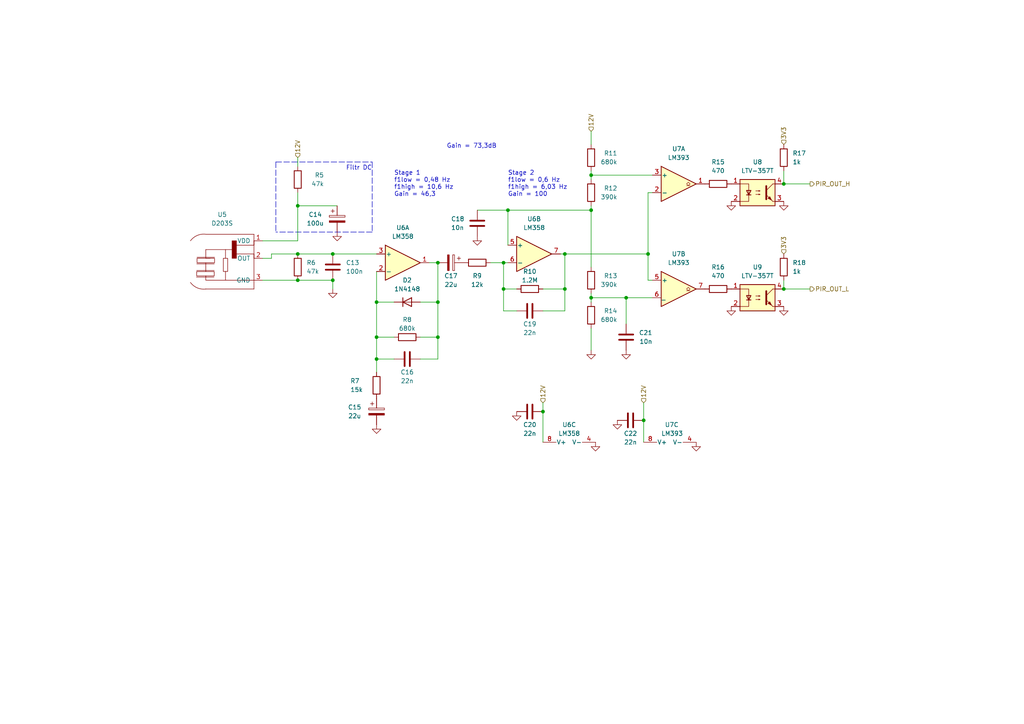
<source format=kicad_sch>
(kicad_sch (version 20211123) (generator eeschema)
  (paper "A4")
  (lib_symbols
    (symbol "Amplifier_Operational:LM358" (pin_names (offset 0.127))
      (property "Reference" "U" (at 0 5.08 0))
      (property "Value" "LM358" (at 0 -5.08 0))
      (symbol "LM358_1_1"
        (polyline (pts (xy -5.08 5.08) (xy 5.08 0) (xy -5.08 -5.08) (xy -5.08 5.08)) (stroke (width 0.254)) (fill (type background)))
        (pin output line (at 7.62 0 180) (length 2.54) (name "~") (number "1"))
        (pin input line (at -7.62 -2.54 0) (length 2.54) (name "-") (number "2"))
        (pin input line (at -7.62 2.54 0) (length 2.54) (name "+") (number "3"))
      )
      (symbol "LM358_2_1"
        (polyline (pts (xy -5.08 5.08) (xy 5.08 0) (xy -5.08 -5.08) (xy -5.08 5.08)) (stroke (width 0.254)) (fill (type background)))
        (pin input line (at -7.62 2.54 0) (length 2.54) (name "+") (number "5"))
        (pin input line (at -7.62 -2.54 0) (length 2.54) (name "-") (number "6"))
        (pin output line (at 7.62 0 180) (length 2.54) (name "~") (number "7"))
      )
      (symbol "LM358_3_1"
        (pin power_in line (at -2.54 -7.62 90) (length 3.81) (name "V-") (number "4"))
        (pin power_in line (at -2.54 7.62 270) (length 3.81) (name "V+") (number "8"))
      )
    )
    (symbol "Comparator:LM393" (pin_names (offset 0.127))
      (property "Reference" "U" (at 3.81 3.81 0))
      (property "Value" "LM393" (at 6.35 -3.81 0))
      (symbol "LM393_1_1"
        (polyline (pts (xy -5.08 5.08) (xy 5.08 0) (xy -5.08 -5.08) (xy -5.08 5.08)) (stroke (width 0.254)) (fill (type background)))
        (polyline (pts (xy 3.302 -0.508) (xy 2.794 -0.508) (xy 3.302 0) (xy 2.794 0.508) (xy 2.286 0) (xy 2.794 -0.508) (xy 2.286 -0.508)) (stroke (width 0.127)))
        (pin open_collector line (at 7.62 0 180) (length 2.54) (name "~") (number "1"))
        (pin input line (at -7.62 -2.54 0) (length 2.54) (name "-") (number "2"))
        (pin input line (at -7.62 2.54 0) (length 2.54) (name "+") (number "3"))
      )
      (symbol "LM393_2_1"
        (polyline (pts (xy -5.08 5.08) (xy 5.08 0) (xy -5.08 -5.08) (xy -5.08 5.08)) (stroke (width 0.254)) (fill (type background)))
        (polyline (pts (xy 3.302 -0.508) (xy 2.794 -0.508) (xy 3.302 0) (xy 2.794 0.508) (xy 2.286 0) (xy 2.794 -0.508) (xy 2.286 -0.508)) (stroke (width 0.127)))
        (pin input line (at -7.62 2.54 0) (length 2.54) (name "+") (number "5"))
        (pin input line (at -7.62 -2.54 0) (length 2.54) (name "_") (number "6"))
        (pin open_collector line (at 7.62 0 180) (length 2.54) (name "~") (number "7"))
      )
      (symbol "LM393_3_1"
        (pin power_in line (at -2.54 -7.62 90) (length 3.81) (name "V-") (number "4"))
        (pin power_in line (at -2.54 7.62 270) (length 3.81) (name "V+") (number "8"))
      )
    )
    (symbol "Device:C" (pin_numbers hide) (pin_names (offset 0.254))
      (property "Reference" "C" (at 0.635 2.54 0))
      (property "Value" "C" (at 0.635 -2.54 0))
      (symbol "C_0_1"
        (polyline (pts (xy -2.032 -0.762) (xy 2.032 -0.762)) (stroke (width 0.508)))
        (polyline (pts (xy -2.032 0.762) (xy 2.032 0.762)) (stroke (width 0.508)))
      )
      (symbol "C_1_1"
        (pin passive line (at 0 3.81 270) (length 2.794) (name "~") (number "1"))
        (pin passive line (at 0 -3.81 90) (length 2.794) (name "~") (number "2"))
      )
    )
    (symbol "Device:C_Polarized" (pin_numbers hide) (pin_names (offset 0.254))
      (property "Reference" "C" (at 0.635 2.54 0))
      (property "Value" "C_Polarized" (at 0.635 -2.54 0))
      (symbol "C_Polarized_0_1"
        (rectangle (start -2.286 0.508) (end 2.286 1.016))
        (polyline (pts (xy -1.778 2.286) (xy -0.762 2.286)))
        (polyline (pts (xy -1.27 2.794) (xy -1.27 1.778)))
        (rectangle (start 2.286 -0.508) (end -2.286 -1.016) (fill (type outline)))
      )
      (symbol "C_Polarized_1_1"
        (pin passive line (at 0 3.81 270) (length 2.794) (name "~") (number "1"))
        (pin passive line (at 0 -3.81 90) (length 2.794) (name "~") (number "2"))
      )
    )
    (symbol "Device:R" (pin_numbers hide) (pin_names (offset 0))
      (property "Reference" "R" (at 2.032 0 90))
      (property "Value" "R" (at 0 0 90))
      (symbol "R_0_1"
        (rectangle (start -1.016 -2.54) (end 1.016 2.54) (stroke (width 0.254)))
      )
      (symbol "R_1_1"
        (pin passive line (at 0 3.81 270) (length 1.27) (name "~") (number "1"))
        (pin passive line (at 0 -3.81 90) (length 1.27) (name "~") (number "2"))
      )
    )
    (symbol "Diode:1N4148" (pin_numbers hide) (pin_names (offset 1.016) hide)
      (property "Reference" "D" (at 0 2.54 0))
      (property "Value" "1N4148" (at 0 -2.54 0))
      (symbol "1N4148_0_1"
        (polyline (pts (xy -1.27 1.27) (xy -1.27 -1.27)) (stroke (width 0.254)))
        (polyline (pts (xy 1.27 0) (xy -1.27 0)))
        (polyline (pts (xy 1.27 1.27) (xy 1.27 -1.27) (xy -1.27 0) (xy 1.27 1.27)) (stroke (width 0.254)))
      )
      (symbol "1N4148_1_1"
        (pin passive line (at -3.81 0 0) (length 2.54) (name "K") (number "1"))
        (pin passive line (at 3.81 0 180) (length 2.54) (name "A") (number "2"))
      )
    )
    (symbol "Isolator:LTV-357T" (pin_names (offset 1.016))
      (property "Reference" "U" (at -5.334 4.826 0))
      (property "Value" "LTV-357T" (at 0 5.08 0))
      (symbol "LTV-357T_0_1"
        (rectangle (start -5.08 3.81) (end 5.08 -3.81) (stroke (width 0.254)) (fill (type background)))
        (polyline (pts (xy -3.175 -0.635) (xy -1.905 -0.635)) (stroke (width 0.254)))
        (polyline (pts (xy 2.54 0.635) (xy 4.445 2.54)))
        (polyline (pts (xy 4.445 -2.54) (xy 2.54 -0.635)) (fill (type outline)))
        (polyline (pts (xy 4.445 -2.54) (xy 5.08 -2.54)))
        (polyline (pts (xy 4.445 2.54) (xy 5.08 2.54)))
        (polyline (pts (xy -5.08 2.54) (xy -2.54 2.54) (xy -2.54 -0.762)))
        (polyline (pts (xy -2.54 -0.635) (xy -2.54 -2.54) (xy -5.08 -2.54)))
        (polyline (pts (xy 2.54 1.905) (xy 2.54 -1.905) (xy 2.54 -1.905)) (stroke (width 0.508)))
        (polyline (pts (xy -2.54 -0.635) (xy -3.175 0.635) (xy -1.905 0.635) (xy -2.54 -0.635)) (stroke (width 0.254)))
        (polyline (pts (xy -0.508 -0.508) (xy 0.762 -0.508) (xy 0.381 -0.635) (xy 0.381 -0.381) (xy 0.762 -0.508)))
        (polyline (pts (xy -0.508 0.508) (xy 0.762 0.508) (xy 0.381 0.381) (xy 0.381 0.635) (xy 0.762 0.508)))
        (polyline (pts (xy 3.048 -1.651) (xy 3.556 -1.143) (xy 4.064 -2.159) (xy 3.048 -1.651) (xy 3.048 -1.651)) (fill (type outline)))
      )
      (symbol "LTV-357T_1_1"
        (pin passive line (at -7.62 2.54 0) (length 2.54) (name "~") (number "1"))
        (pin passive line (at -7.62 -2.54 0) (length 2.54) (name "~") (number "2"))
        (pin passive line (at 7.62 -2.54 180) (length 2.54) (name "~") (number "3"))
        (pin passive line (at 7.62 2.54 180) (length 2.54) (name "~") (number "4"))
      )
    )
    (symbol "Sensor_PIR:D203S" (pin_names (offset 1.016))
      (property "Reference" "U" (at -1.905 -9.525 0))
      (property "Value" "D203S" (at -1.905 11.43 0))
      (symbol "D203S_0_1"
        (arc (start -13.335 -4.445) (mid -11.3741 -6.0102) (end -8.89 -6.35))
        (rectangle (start -11.5316 -1.2954) (end -6.4516 -2.5654))
        (rectangle (start -11.43 2.54) (end -6.35 1.27))
        (rectangle (start -3.81 2.54) (end -2.54 -1.27))
        (rectangle (start -1.27 7.62) (end 0 2.54) (fill (type outline)))
        (polyline (pts (xy -11.5316 -0.9906) (xy -6.4516 -0.9906)))
        (polyline (pts (xy -11.43 2.8448) (xy -6.35 2.8448)))
        (polyline (pts (xy -8.89 -6.35) (xy 5.08 -6.35)))
        (polyline (pts (xy -8.89 1.27) (xy -8.89 -1.27)))
        (polyline (pts (xy -3.175 -1.27) (xy -3.175 -3.81)))
        (polyline (pts (xy -3.175 5.08) (xy -3.175 2.54)))
        (polyline (pts (xy -1.27 5.08) (xy -8.89 5.08)))
        (polyline (pts (xy 5.08 9.525) (xy 5.08 -6.35)))
        (polyline (pts (xy -8.89 -2.54) (xy -8.89 -3.81) (xy 5.08 -3.81)))
        (polyline (pts (xy -8.89 5.08) (xy -8.89 2.54) (xy -7.62 2.54)))
        (polyline (pts (xy 5.08 2.54) (xy 5.08 3.81) (xy 0 3.81)))
        (polyline (pts (xy 5.08 7.62) (xy 5.08 6.35) (xy 0 6.35)))
      )
      (symbol "D203S_1_1"
        (arc (start -8.89 9.525) (mid -11.3734 9.1801) (end -13.335 7.62))
        (polyline (pts (xy -11.6078 -2.8956) (xy -6.5278 -2.8956)))
        (polyline (pts (xy -11.5062 0.9398) (xy -6.4262 0.9398)))
        (polyline (pts (xy -8.89 9.525) (xy 5.08 9.525)))
        (pin input line (at 7.62 7.62 180) (length 2.54) (name "VDD") (number "1"))
        (pin output line (at 7.62 2.54 180) (length 2.54) (name "OUT") (number "2"))
        (pin input line (at 7.62 -3.81 180) (length 2.54) (name "GND") (number "3"))
      )
    )
    (symbol "power:GND" (power) (pin_names (offset 0))
      (property "Value" "GND" (at 0 -3.81 0))
      (symbol "GND_0_1"
        (polyline (pts (xy 0 0) (xy 0 -1.27) (xy 1.27 -1.27) (xy 0 -2.54) (xy -1.27 -1.27) (xy 0 -1.27)))
      )
      (symbol "GND_1_1"
        (pin power_in line (at 0 0 270) (length 0) hide (name "GND") (number "1"))
      )
    )
  )
  (junction (at 181.61 86.36))
  (junction (at 96.52 81.28))
  (junction (at 187.96 73.66))
  (junction (at 86.36 73.66))
  (junction (at 109.22 87.63))
  (junction (at 171.45 60.96))
  (junction (at 186.69 121.92))
  (junction (at 146.05 76.2))
  (junction (at 171.45 86.36))
  (junction (at 147.32 60.96))
  (junction (at 109.22 104.14))
  (junction (at 227.33 83.82))
  (junction (at 146.05 83.82))
  (junction (at 157.48 119.38))
  (junction (at 163.83 73.66))
  (junction (at 86.36 81.28))
  (junction (at 227.33 53.34))
  (junction (at 127 97.79))
  (junction (at 96.52 73.66))
  (junction (at 109.22 97.79))
  (junction (at 163.83 83.82))
  (junction (at 127 76.2))
  (junction (at 127 87.63))
  (junction (at 171.45 50.8))
  (junction (at 86.36 59.69))
  (wire (pts (xy 124.46 76.2) (xy 127 76.2)))
  (wire (pts (xy 127 87.63) (xy 127 76.2)))
  (wire (pts (xy 186.69 116.84) (xy 186.69 121.92)))
  (wire (pts (xy 163.83 73.66) (xy 187.96 73.66)))
  (wire (pts (xy 146.05 83.82) (xy 146.05 90.17)))
  (wire (pts (xy 227.33 83.82) (xy 234.95 83.82)))
  (wire (pts (xy 78.74 74.93) (xy 78.74 73.66)))
  (wire (pts (xy 96.52 81.28) (xy 96.52 83.82)))
  (wire (pts (xy 171.45 95.25) (xy 171.45 101.6)))
  (polyline (pts (xy 107.95 46.99) (xy 107.95 67.31)))
  (wire (pts (xy 163.83 90.17) (xy 163.83 83.82)))
  (wire (pts (xy 157.48 83.82) (xy 163.83 83.82)))
  (wire (pts (xy 162.56 73.66) (xy 163.83 73.66)))
  (wire (pts (xy 127 104.14) (xy 127 97.79)))
  (wire (pts (xy 157.48 116.84) (xy 157.48 119.38)))
  (wire (pts (xy 146.05 90.17) (xy 149.86 90.17)))
  (wire (pts (xy 96.52 73.66) (xy 109.22 73.66)))
  (wire (pts (xy 171.45 49.53) (xy 171.45 50.8)))
  (polyline (pts (xy 80.01 46.99) (xy 80.01 67.31)))
  (wire (pts (xy 109.22 97.79) (xy 109.22 104.14)))
  (wire (pts (xy 109.22 104.14) (xy 114.3 104.14)))
  (wire (pts (xy 121.92 97.79) (xy 127 97.79)))
  (wire (pts (xy 86.36 81.28) (xy 96.52 81.28)))
  (wire (pts (xy 171.45 50.8) (xy 171.45 52.07)))
  (wire (pts (xy 157.48 119.38) (xy 157.48 128.27)))
  (wire (pts (xy 121.92 87.63) (xy 127 87.63)))
  (wire (pts (xy 86.36 45.72) (xy 86.36 48.26)))
  (wire (pts (xy 157.48 90.17) (xy 163.83 90.17)))
  (wire (pts (xy 171.45 60.96) (xy 171.45 77.47)))
  (wire (pts (xy 146.05 83.82) (xy 149.86 83.82)))
  (wire (pts (xy 76.2 69.85) (xy 86.36 69.85)))
  (wire (pts (xy 121.92 104.14) (xy 127 104.14)))
  (wire (pts (xy 109.22 87.63) (xy 114.3 87.63)))
  (wire (pts (xy 86.36 59.69) (xy 86.36 69.85)))
  (wire (pts (xy 86.36 59.69) (xy 97.79 59.69)))
  (wire (pts (xy 186.69 121.92) (xy 186.69 128.27)))
  (wire (pts (xy 109.22 78.74) (xy 109.22 87.63)))
  (wire (pts (xy 86.36 73.66) (xy 96.52 73.66)))
  (wire (pts (xy 171.45 41.91) (xy 171.45 38.1)))
  (wire (pts (xy 146.05 76.2) (xy 146.05 83.82)))
  (wire (pts (xy 163.83 83.82) (xy 163.83 73.66)))
  (wire (pts (xy 171.45 86.36) (xy 181.61 86.36)))
  (wire (pts (xy 109.22 87.63) (xy 109.22 97.79)))
  (wire (pts (xy 147.32 60.96) (xy 171.45 60.96)))
  (wire (pts (xy 78.74 73.66) (xy 86.36 73.66)))
  (wire (pts (xy 76.2 74.93) (xy 78.74 74.93)))
  (wire (pts (xy 171.45 59.69) (xy 171.45 60.96)))
  (wire (pts (xy 147.32 71.12) (xy 147.32 60.96)))
  (wire (pts (xy 189.23 81.28) (xy 187.96 81.28)))
  (wire (pts (xy 227.33 49.53) (xy 227.33 53.34)))
  (wire (pts (xy 181.61 86.36) (xy 189.23 86.36)))
  (wire (pts (xy 86.36 55.88) (xy 86.36 59.69)))
  (wire (pts (xy 187.96 55.88) (xy 187.96 73.66)))
  (wire (pts (xy 171.45 50.8) (xy 189.23 50.8)))
  (polyline (pts (xy 107.95 67.31) (xy 80.01 67.31)))
  (wire (pts (xy 127 97.79) (xy 127 87.63)))
  (wire (pts (xy 187.96 55.88) (xy 189.23 55.88)))
  (wire (pts (xy 146.05 76.2) (xy 147.32 76.2)))
  (wire (pts (xy 227.33 81.28) (xy 227.33 83.82)))
  (wire (pts (xy 142.24 76.2) (xy 146.05 76.2)))
  (wire (pts (xy 171.45 86.36) (xy 171.45 87.63)))
  (wire (pts (xy 138.43 60.96) (xy 147.32 60.96)))
  (wire (pts (xy 171.45 85.09) (xy 171.45 86.36)))
  (wire (pts (xy 181.61 86.36) (xy 181.61 93.98)))
  (wire (pts (xy 109.22 104.14) (xy 109.22 107.95)))
  (wire (pts (xy 187.96 73.66) (xy 187.96 81.28)))
  (wire (pts (xy 227.33 53.34) (xy 234.95 53.34)))
  (wire (pts (xy 76.2 81.28) (xy 86.36 81.28)))
  (polyline (pts (xy 80.01 46.99) (xy 107.95 46.99)))
  (wire (pts (xy 109.22 97.79) (xy 114.3 97.79)))
  (text "Gain = 73,3dB" (at 129.54 43.18 0) (effects (font (size 1.27 1.27)) (justify left bottom)))
  (text "Filtr DC" (at 100.33 49.53 0) (effects (font (size 1.27 1.27)) (justify left bottom)))
  (text "Stage 2\nf1low = 0,6 Hz\nf1high = 6,03 Hz\nGain = 100" (at 147.32 57.15 0) (effects (font (size 1.27 1.27)) (justify left bottom)))
  (text "Stage 1\nf1low = 0,48 Hz\nf1high = 10,6 Hz\nGain = 46,3" (at 114.3 57.15 0) (effects (font (size 1.27 1.27)) (justify left bottom)))
  (hierarchical_label "3V3" (shape input) (at 227.33 41.91 90))
  (hierarchical_label "12V" (shape input) (at 186.69 116.84 90))
  (hierarchical_label "PIR_OUT_H" (shape output) (at 234.95 53.34 0))
  (hierarchical_label "12V" (shape input) (at 157.48 116.84 90))
  (hierarchical_label "12V" (shape input) (at 86.36 45.72 90))
  (hierarchical_label "3V3" (shape input) (at 227.33 73.66 90))
  (hierarchical_label "12V" (shape input) (at 171.45 38.1 90))
  (hierarchical_label "PIR_OUT_L" (shape output) (at 234.95 83.82 0))
  (symbol (lib_id "Amplifier_Operational:LM358") (at 154.94 73.66 0) (unit 2)
    (property "Reference" "U6" (at 154.94 63.5 0))
    (property "Value" "LM358" (at 154.94 66.04 0))
    (property "Footprint" "Package_SO:SO-8_5.3x6.2mm_P1.27mm" (effects hide))
    (property "Datasheet" "http://www.ti.com/lit/ds/symlink/lm2904-n.pdf" (effects hide))
  )
  (symbol (lib_id "power:GND") (at 201.93 128.27 0) (unit 1)
    (property "Reference" "#PWR0126" (effects hide))
    (property "Value" "GND" (effects hide))
  )
  (symbol (lib_id "Device:C_Polarized") (at 130.81 76.2 270) (unit 1)
    (property "Reference" "C17" (at 130.81 80.01 90))
    (property "Value" "22u" (at 130.81 82.55 90))
    (property "Footprint" "Capacitor_SMD:C_0805_2012Metric_Pad1.18x1.45mm_HandSolder" (effects hide))
  )
  (symbol (lib_id "power:GND") (at 97.79 67.31 0) (unit 1)
    (property "Reference" "#PWR0138" (effects hide))
    (property "Value" "GND" (effects hide))
  )
  (symbol (lib_id "Amplifier_Operational:LM358") (at 116.84 76.2 0) (unit 1)
    (property "Reference" "U6" (at 116.84 66.04 0))
    (property "Value" "LM358" (at 116.84 68.58 0))
    (property "Footprint" "Package_SO:SO-8_5.3x6.2mm_P1.27mm" (effects hide))
    (property "Datasheet" "http://www.ti.com/lit/ds/symlink/lm2904-n.pdf" (effects hide))
  )
  (symbol (lib_id "Device:R") (at 153.67 83.82 90) (unit 1)
    (property "Reference" "R10" (at 153.67 78.74 90))
    (property "Value" "1.2M" (at 153.67 81.28 90))
    (property "Footprint" "Resistor_SMD:R_0805_2012Metric_Pad1.20x1.40mm_HandSolder" (effects hide))
  )
  (symbol (lib_id "Device:R") (at 171.45 55.88 0) (mirror y) (unit 1)
    (property "Reference" "R12" (at 179.07 54.61 0) (effects (justify left)))
    (property "Value" "390k" (at 179.07 57.15 0) (effects (justify left)))
    (property "Footprint" "Resistor_SMD:R_0805_2012Metric_Pad1.20x1.40mm_HandSolder" (effects hide))
  )
  (symbol (lib_id "Comparator:LM393") (at 196.85 83.82 0) (unit 2)
    (property "Reference" "U7" (at 196.85 73.66 0))
    (property "Value" "LM393" (at 196.85 76.2 0))
    (property "Footprint" "Package_SO:SO-8_5.3x6.2mm_P1.27mm" (effects hide))
    (property "Datasheet" "http://www.ti.com/lit/ds/symlink/lm393.pdf" (effects hide))
  )
  (symbol (lib_id "Device:R") (at 86.36 77.47 0) (unit 1)
    (property "Reference" "R6" (at 88.9 76.1999 0) (effects (justify left)))
    (property "Value" "47k" (at 88.9 78.7399 0) (effects (justify left)))
    (property "Footprint" "Resistor_SMD:R_0805_2012Metric_Pad1.20x1.40mm_HandSolder" (effects hide))
  )
  (symbol (lib_id "Device:R") (at 109.22 111.76 0) (unit 1)
    (property "Reference" "R7" (at 101.6 110.49 0) (effects (justify left)))
    (property "Value" "15k" (at 101.6 113.03 0) (effects (justify left)))
    (property "Footprint" "Resistor_SMD:R_0805_2012Metric_Pad1.20x1.40mm_HandSolder" (effects hide))
  )
  (symbol (lib_id "power:GND") (at 171.45 101.6 0) (unit 1)
    (property "Reference" "#PWR0127" (effects hide))
    (property "Value" "GND" (effects hide))
  )
  (symbol (lib_id "Device:C") (at 118.11 104.14 90) (unit 1)
    (property "Reference" "C16" (at 118.11 107.95 90))
    (property "Value" "22n" (at 118.11 110.49 90))
    (property "Footprint" "Capacitor_SMD:C_0805_2012Metric_Pad1.18x1.45mm_HandSolder" (effects hide))
  )
  (symbol (lib_id "Device:C") (at 96.52 77.47 0) (unit 1)
    (property "Reference" "C13" (at 100.33 76.1999 0) (effects (justify left)))
    (property "Value" "100n" (at 100.33 78.74 0) (effects (justify left)))
    (property "Footprint" "Capacitor_SMD:C_0805_2012Metric_Pad1.18x1.45mm_HandSolder" (effects hide))
  )
  (symbol (lib_id "Device:C") (at 138.43 64.77 0) (unit 1)
    (property "Reference" "C18" (at 130.81 63.5 0) (effects (justify left)))
    (property "Value" "10n" (at 130.81 66.04 0) (effects (justify left)))
    (property "Footprint" "Capacitor_SMD:C_0805_2012Metric_Pad1.18x1.45mm_HandSolder" (effects hide))
  )
  (symbol (lib_id "Device:R") (at 171.45 91.44 0) (mirror y) (unit 1)
    (property "Reference" "R14" (at 179.07 90.17 0) (effects (justify left)))
    (property "Value" "680k" (at 179.07 92.71 0) (effects (justify left)))
    (property "Footprint" "Resistor_SMD:R_0805_2012Metric_Pad1.20x1.40mm_HandSolder" (effects hide))
  )
  (symbol (lib_id "Device:R") (at 171.45 81.28 0) (mirror y) (unit 1)
    (property "Reference" "R13" (at 179.07 80.01 0) (effects (justify left)))
    (property "Value" "390k" (at 179.07 82.55 0) (effects (justify left)))
    (property "Footprint" "Resistor_SMD:R_0805_2012Metric_Pad1.20x1.40mm_HandSolder" (effects hide))
  )
  (symbol (lib_id "power:GND") (at 109.22 123.19 0) (unit 1)
    (property "Reference" "#PWR0132" (effects hide))
    (property "Value" "GND" (effects hide))
  )
  (symbol (lib_id "Isolator:LTV-357T") (at 219.71 86.36 0) (unit 1)
    (property "Reference" "U9" (at 219.71 77.47 0))
    (property "Value" "LTV-357T" (at 219.71 80.01 0))
    (property "Footprint" "Package_SO:SO-4_4.4x3.6mm_P2.54mm" (effects hide))
    (property "Datasheet" "https://www.buerklin.com/medias/sys_master/download/download/h91/ha0/8892020588574.pdf" (effects hide))
  )
  (symbol (lib_id "power:GND") (at 179.07 121.92 0) (unit 1)
    (property "Reference" "#PWR0125" (effects hide))
    (property "Value" "GND" (effects hide))
  )
  (symbol (lib_id "Device:C_Polarized") (at 109.22 119.38 0) (unit 1)
    (property "Reference" "C15" (at 102.87 118.11 0))
    (property "Value" "22u" (at 102.87 120.65 0))
    (property "Footprint" "Capacitor_SMD:C_0805_2012Metric_Pad1.18x1.45mm_HandSolder" (effects hide))
  )
  (symbol (lib_id "Diode:1N4148") (at 118.11 87.63 0) (unit 1)
    (property "Reference" "D2" (at 118.11 81.28 0))
    (property "Value" "1N4148" (at 118.11 83.82 0))
    (property "Footprint" "Diode_SMD:D_0805_2012Metric_Pad1.15x1.40mm_HandSolder" (effects hide))
    (property "Datasheet" "https://assets.nexperia.com/documents/data-sheet/1N4148_1N4448.pdf" (effects hide))
  )
  (symbol (lib_id "power:GND") (at 212.09 88.9 0) (unit 1)
    (property "Reference" "#PWR0135" (effects hide))
    (property "Value" "GND" (effects hide))
  )
  (symbol (lib_id "Device:R") (at 208.28 83.82 90) (unit 1)
    (property "Reference" "R16" (at 208.28 77.47 90))
    (property "Value" "470" (at 208.28 80.01 90))
    (property "Footprint" "Resistor_SMD:R_0805_2012Metric_Pad1.20x1.40mm_HandSolder" (effects hide))
  )
  (symbol (lib_id "Amplifier_Operational:LM358") (at 165.1 125.73 90) (unit 3)
    (property "Reference" "U6" (at 165.1 123.19 90))
    (property "Value" "LM358" (at 165.1 125.73 90))
    (property "Footprint" "Package_SO:SO-8_5.3x6.2mm_P1.27mm" (effects hide))
    (property "Datasheet" "http://www.ti.com/lit/ds/symlink/lm2904-n.pdf" (effects hide))
  )
  (symbol (lib_id "Device:R") (at 227.33 45.72 180) (unit 1)
    (property "Reference" "R17" (at 229.87 44.4499 0) (effects (justify right)))
    (property "Value" "1k" (at 229.87 46.9899 0) (effects (justify right)))
    (property "Footprint" "Resistor_SMD:R_0805_2012Metric_Pad1.20x1.40mm_HandSolder" (effects hide))
  )
  (symbol (lib_id "Device:R") (at 86.36 52.07 0) (mirror y) (unit 1)
    (property "Reference" "R5" (at 93.98 50.8 0) (effects (justify left)))
    (property "Value" "47k" (at 93.98 53.34 0) (effects (justify left)))
    (property "Footprint" "Resistor_SMD:R_0805_2012Metric_Pad1.20x1.40mm_HandSolder" (effects hide))
  )
  (symbol (lib_id "power:GND") (at 138.43 68.58 0) (unit 1)
    (property "Reference" "#PWR0131" (effects hide))
    (property "Value" "GND" (effects hide))
  )
  (symbol (lib_id "Comparator:LM393") (at 194.31 125.73 90) (unit 3)
    (property "Reference" "U7" (at 196.85 123.19 90) (effects (justify left)))
    (property "Value" "LM393" (at 198.12 125.73 90) (effects (justify left)))
    (property "Footprint" "Package_SO:SO-8_5.3x6.2mm_P1.27mm" (effects hide))
    (property "Datasheet" "http://www.ti.com/lit/ds/symlink/lm393.pdf" (effects hide))
  )
  (symbol (lib_id "power:GND") (at 212.09 58.42 0) (unit 1)
    (property "Reference" "#PWR0133" (effects hide))
    (property "Value" "GND" (effects hide))
  )
  (symbol (lib_id "Device:R") (at 227.33 77.47 180) (unit 1)
    (property "Reference" "R18" (at 229.87 76.1999 0) (effects (justify right)))
    (property "Value" "1k" (at 229.87 78.7399 0) (effects (justify right)))
    (property "Footprint" "Resistor_SMD:R_0805_2012Metric_Pad1.20x1.40mm_HandSolder" (effects hide))
  )
  (symbol (lib_id "Comparator:LM393") (at 196.85 53.34 0) (unit 1)
    (property "Reference" "U7" (at 196.85 43.18 0))
    (property "Value" "LM393" (at 196.85 45.72 0))
    (property "Footprint" "Package_SO:SO-8_5.3x6.2mm_P1.27mm" (effects hide))
    (property "Datasheet" "http://www.ti.com/lit/ds/symlink/lm393.pdf" (effects hide))
  )
  (symbol (lib_id "power:GND") (at 96.52 83.82 0) (unit 1)
    (property "Reference" "#PWR0137" (effects hide))
    (property "Value" "GND" (effects hide))
  )
  (symbol (lib_id "power:GND") (at 172.72 128.27 0) (unit 1)
    (property "Reference" "#PWR0130" (effects hide))
    (property "Value" "GND" (effects hide))
  )
  (symbol (lib_id "Device:C") (at 181.61 97.79 0) (mirror y) (unit 1)
    (property "Reference" "C21" (at 189.23 96.52 0) (effects (justify left)))
    (property "Value" "10n" (at 189.23 99.06 0) (effects (justify left)))
    (property "Footprint" "Capacitor_SMD:C_0805_2012Metric_Pad1.18x1.45mm_HandSolder" (effects hide))
  )
  (symbol (lib_id "Device:R") (at 171.45 45.72 0) (mirror y) (unit 1)
    (property "Reference" "R11" (at 179.07 44.45 0) (effects (justify left)))
    (property "Value" "680k" (at 179.07 46.99 0) (effects (justify left)))
    (property "Footprint" "Resistor_SMD:R_0805_2012Metric_Pad1.20x1.40mm_HandSolder" (effects hide))
  )
  (symbol (lib_id "Device:R") (at 208.28 53.34 90) (unit 1)
    (property "Reference" "R15" (at 208.28 46.99 90))
    (property "Value" "470" (at 208.28 49.53 90))
    (property "Footprint" "Resistor_SMD:R_0805_2012Metric_Pad1.20x1.40mm_HandSolder" (effects hide))
  )
  (symbol (lib_id "power:GND") (at 149.86 119.38 0) (unit 1)
    (property "Reference" "#PWR0129" (effects hide))
    (property "Value" "GND" (effects hide))
  )
  (symbol (lib_id "Device:R") (at 138.43 76.2 90) (unit 1)
    (property "Reference" "R9" (at 138.43 80.01 90))
    (property "Value" "12k" (at 138.43 82.55 90))
    (property "Footprint" "Resistor_SMD:R_0805_2012Metric_Pad1.20x1.40mm_HandSolder" (effects hide))
  )
  (symbol (lib_id "Device:C") (at 153.67 90.17 90) (unit 1)
    (property "Reference" "C19" (at 153.67 93.98 90))
    (property "Value" "22n" (at 153.67 96.52 90))
    (property "Footprint" "Capacitor_SMD:C_0805_2012Metric_Pad1.18x1.45mm_HandSolder" (effects hide))
  )
  (symbol (lib_id "Device:C_Polarized") (at 97.79 63.5 0) (unit 1)
    (property "Reference" "C14" (at 91.44 62.23 0))
    (property "Value" "100u" (at 91.44 64.77 0))
    (property "Footprint" "Capacitor_SMD:CP_Elec_6.3x5.4" (effects hide))
  )
  (symbol (lib_id "power:GND") (at 227.33 88.9 0) (unit 1)
    (property "Reference" "#PWR0136" (effects hide))
    (property "Value" "GND" (effects hide))
  )
  (symbol (lib_id "Device:C") (at 182.88 121.92 90) (unit 1)
    (property "Reference" "C22" (at 182.88 125.73 90))
    (property "Value" "22n" (at 182.88 128.27 90))
    (property "Footprint" "Capacitor_SMD:C_0805_2012Metric_Pad1.18x1.45mm_HandSolder" (effects hide))
  )
  (symbol (lib_id "power:GND") (at 227.33 58.42 0) (unit 1)
    (property "Reference" "#PWR0134" (effects hide))
    (property "Value" "GND" (effects hide))
  )
  (symbol (lib_id "power:GND") (at 181.61 101.6 0) (unit 1)
    (property "Reference" "#PWR0128" (effects hide))
    (property "Value" "GND" (effects hide))
  )
  (symbol (lib_id "Sensor_PIR:D203S") (at 68.58 77.47 0) (unit 1)
    (property "Reference" "U5" (at 64.4525 62.23 0))
    (property "Value" "D203S" (at 64.4525 64.77 0))
    (property "Footprint" "Package_TO_SOT_THT:TO-5-3" (effects hide))
    (property "Datasheet" "https://www.allelectronics.com/mas_assets/media/allelectronics2018/spec/D203S.pdf" (effects hide))
  )
  (symbol (lib_id "Device:R") (at 118.11 97.79 90) (unit 1)
    (property "Reference" "R8" (at 118.11 92.71 90))
    (property "Value" "680k" (at 118.11 95.25 90))
    (property "Footprint" "Resistor_SMD:R_0805_2012Metric_Pad1.20x1.40mm_HandSolder" (effects hide))
  )
  (symbol (lib_id "Isolator:LTV-357T") (at 219.71 55.88 0) (unit 1)
    (property "Reference" "U8" (at 219.71 46.99 0))
    (property "Value" "LTV-357T" (at 219.71 49.53 0))
    (property "Footprint" "Package_SO:SO-4_4.4x3.6mm_P2.54mm" (effects hide))
    (property "Datasheet" "https://www.buerklin.com/medias/sys_master/download/download/h91/ha0/8892020588574.pdf" (effects hide))
  )
  (symbol (lib_id "Device:C") (at 153.67 119.38 90) (unit 1)
    (property "Reference" "C20" (at 153.67 123.19 90))
    (property "Value" "22n" (at 153.67 125.73 90))
    (property "Footprint" "Capacitor_SMD:C_0805_2012Metric_Pad1.18x1.45mm_HandSolder" (effects hide))
  )
)
</source>
